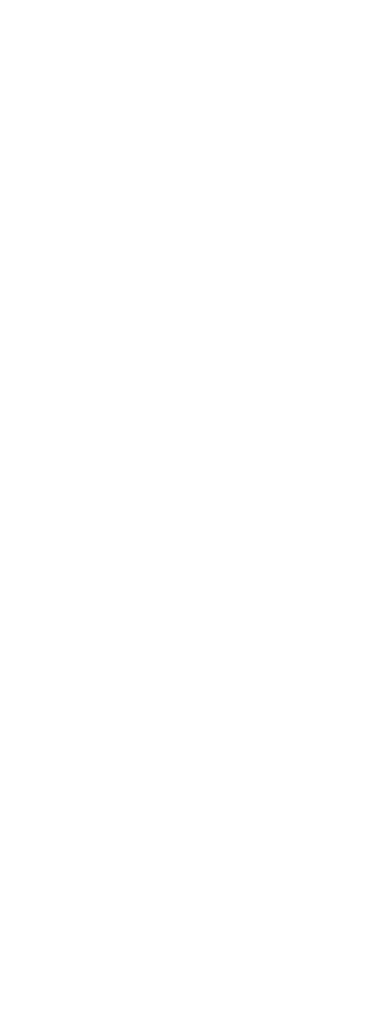
<source format=kicad_pcb>
(kicad_pcb (version 20221018) (generator pcbnew)

  (general
    (thickness 1.6)
  )

  (paper "A4")
  (layers
    (0 "F.Cu" signal)
    (31 "B.Cu" signal)
    (32 "B.Adhes" user "B.Adhesive")
    (33 "F.Adhes" user "F.Adhesive")
    (34 "B.Paste" user)
    (35 "F.Paste" user)
    (36 "B.SilkS" user "B.Silkscreen")
    (37 "F.SilkS" user "F.Silkscreen")
    (38 "B.Mask" user)
    (39 "F.Mask" user)
    (40 "Dwgs.User" user "User.Drawings")
    (41 "Cmts.User" user "User.Comments")
    (42 "Eco1.User" user "User.Eco1")
    (43 "Eco2.User" user "User.Eco2")
    (44 "Edge.Cuts" user)
    (45 "Margin" user)
    (46 "B.CrtYd" user "B.Courtyard")
    (47 "F.CrtYd" user "F.Courtyard")
    (48 "B.Fab" user)
    (49 "F.Fab" user)
    (50 "User.1" user)
    (51 "User.2" user)
    (52 "User.3" user)
    (53 "User.4" user)
    (54 "User.5" user)
    (55 "User.6" user)
    (56 "User.7" user)
    (57 "User.8" user)
    (58 "User.9" user)
  )

  (setup
    (pad_to_mask_clearance 0)
    (aux_axis_origin 135.9125 130.325)
    (grid_origin 135.9125 130.325)
    (pcbplotparams
      (layerselection 0x0000200_7ffffffe)
      (plot_on_all_layers_selection 0x0000000_00000000)
      (disableapertmacros false)
      (usegerberextensions false)
      (usegerberattributes true)
      (usegerberadvancedattributes true)
      (creategerberjobfile true)
      (dashed_line_dash_ratio 12.000000)
      (dashed_line_gap_ratio 3.000000)
      (svgprecision 6)
      (plotframeref false)
      (viasonmask false)
      (mode 1)
      (useauxorigin false)
      (hpglpennumber 1)
      (hpglpenspeed 20)
      (hpglpendiameter 15.000000)
      (dxfpolygonmode true)
      (dxfimperialunits false)
      (dxfusepcbnewfont true)
      (psnegative false)
      (psa4output false)
      (plotreference true)
      (plotvalue true)
      (plotinvisibletext false)
      (sketchpadsonfab false)
      (subtractmaskfromsilk false)
      (outputformat 3)
      (mirror false)
      (drillshape 0)
      (scaleselection 1)
      (outputdirectory "./")
    )
  )

  (net 0 "")

  (gr_line (start 128.6 72.1) (end 148.2 73.1)
    (stroke (width 0.1) (type solid)) (layer "Cmts.User") (tstamp 0d235aa5-6d75-4897-9c16-7ad173e26f1e))
  (gr_line (start 128.6 72.1) (end 125.9 124.65)
    (stroke (width 0.1) (type solid)) (layer "Cmts.User") (tstamp 1f5765a4-ec96-4e57-8971-477d80a61182))
  (gr_circle (center 142.825 131.45) (end 143.6 130.55)
    (stroke (width 0.15) (type default)) (fill none) (layer "Cmts.User") (tstamp 3ceb885e-9d3c-430c-a293-2e56c04aba0f))
  (gr_line (start 149.150116 74.147625) (end 145.925 136)
    (stroke (width 0.1) (type solid)) (layer "Cmts.User") (tstamp 4e933494-3ed6-4c7a-9b5a-f9e6b557f671))
  (gr_circle (center 129.787697 124.525) (end 130.562697 123.625)
    (stroke (width 0.15) (type default)) (fill none) (layer "Cmts.User") (tstamp 71a4af91-bc73-4f28-8a14-8ca16313fa28))
  (gr_arc (start 148.2 73.1) (mid 148.891664 73.427367) (end 149.150116 74.147625)
    (stroke (width 0.1) (type solid)) (layer "Cmts.User") (tstamp 962e724b-54d6-41a5-9880-e841522e1c39))
  (gr_line (start 145.925 136) (end 125.9 124.65)
    (stroke (width 0.1) (type default)) (layer "Cmts.User") (tstamp c0aa81a4-93a3-4e5b-82e6-dbf3856be0c7))

)

</source>
